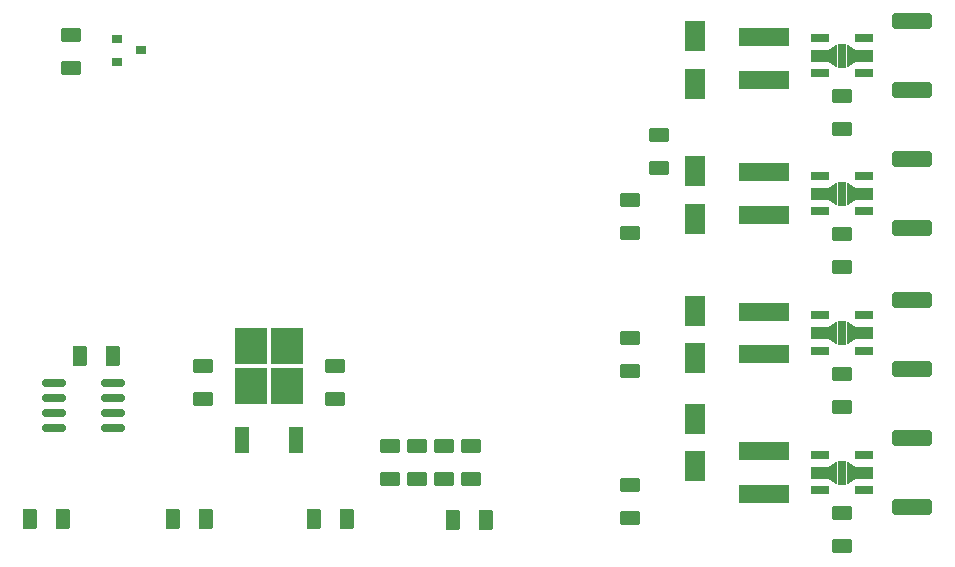
<source format=gbr>
G04 #@! TF.GenerationSoftware,KiCad,Pcbnew,7.0.8*
G04 #@! TF.CreationDate,2024-03-28T15:32:18+01:00*
G04 #@! TF.ProjectId,Prozessorplatine,50726f7a-6573-4736-9f72-706c6174696e,rev?*
G04 #@! TF.SameCoordinates,Original*
G04 #@! TF.FileFunction,Paste,Top*
G04 #@! TF.FilePolarity,Positive*
%FSLAX46Y46*%
G04 Gerber Fmt 4.6, Leading zero omitted, Abs format (unit mm)*
G04 Created by KiCad (PCBNEW 7.0.8) date 2024-03-28 15:32:18*
%MOMM*%
%LPD*%
G01*
G04 APERTURE LIST*
G04 Aperture macros list*
%AMRoundRect*
0 Rectangle with rounded corners*
0 $1 Rounding radius*
0 $2 $3 $4 $5 $6 $7 $8 $9 X,Y pos of 4 corners*
0 Add a 4 corners polygon primitive as box body*
4,1,4,$2,$3,$4,$5,$6,$7,$8,$9,$2,$3,0*
0 Add four circle primitives for the rounded corners*
1,1,$1+$1,$2,$3*
1,1,$1+$1,$4,$5*
1,1,$1+$1,$6,$7*
1,1,$1+$1,$8,$9*
0 Add four rect primitives between the rounded corners*
20,1,$1+$1,$2,$3,$4,$5,0*
20,1,$1+$1,$4,$5,$6,$7,0*
20,1,$1+$1,$6,$7,$8,$9,0*
20,1,$1+$1,$8,$9,$2,$3,0*%
%AMOutline4P*
0 Free polygon, 4 corners , with rotation*
0 The origin of the aperture is its center*
0 number of corners: always 4*
0 $1 to $8 corner X, Y*
0 $9 Rotation angle, in degrees counterclockwise*
0 create outline with 4 corners*
4,1,4,$1,$2,$3,$4,$5,$6,$7,$8,$1,$2,$9*%
G04 Aperture macros list end*
%ADD10RoundRect,0.250000X0.625000X-0.375000X0.625000X0.375000X-0.625000X0.375000X-0.625000X-0.375000X0*%
%ADD11RoundRect,0.250000X-0.625000X0.375000X-0.625000X-0.375000X0.625000X-0.375000X0.625000X0.375000X0*%
%ADD12RoundRect,0.250000X0.375000X0.625000X-0.375000X0.625000X-0.375000X-0.625000X0.375000X-0.625000X0*%
%ADD13RoundRect,0.250000X-0.375000X-0.625000X0.375000X-0.625000X0.375000X0.625000X-0.375000X0.625000X0*%
%ADD14R,1.800000X2.500000*%
%ADD15R,4.200000X1.500000*%
%ADD16RoundRect,0.250000X1.425000X-0.425000X1.425000X0.425000X-1.425000X0.425000X-1.425000X-0.425000X0*%
%ADD17R,2.750000X3.050000*%
%ADD18R,1.200000X2.200000*%
%ADD19R,1.500000X0.700000*%
%ADD20R,1.500000X1.000000*%
%ADD21Outline4P,-1.000000X-0.375000X1.000000X-0.375000X0.500000X0.375000X-0.500000X0.375000X90.000000*%
%ADD22R,0.800000X2.000000*%
%ADD23Outline4P,-1.000000X-0.375000X1.000000X-0.375000X0.500000X0.375000X-0.500000X0.375000X270.000000*%
%ADD24RoundRect,0.150000X-0.825000X-0.150000X0.825000X-0.150000X0.825000X0.150000X-0.825000X0.150000X0*%
%ADD25R,0.900000X0.800000*%
G04 APERTURE END LIST*
D10*
X163258500Y-87633000D03*
X163258500Y-84833000D03*
D11*
X174371000Y-84833000D03*
X174371000Y-87633000D03*
D12*
X187198000Y-97853500D03*
X184398000Y-97853500D03*
D11*
X217297000Y-97279000D03*
X217297000Y-100079000D03*
D13*
X172590000Y-97790000D03*
X175390000Y-97790000D03*
D14*
X204851000Y-60928000D03*
X204851000Y-56928000D03*
X204851000Y-72358000D03*
X204851000Y-68358000D03*
X204851000Y-84169000D03*
X204851000Y-80169000D03*
X204851000Y-89313000D03*
X204851000Y-93313000D03*
D15*
X210693000Y-60601000D03*
X210693000Y-57001000D03*
X210693000Y-72031000D03*
X210693000Y-68431000D03*
X210693000Y-83842000D03*
X210693000Y-80242000D03*
X210693000Y-95653000D03*
X210693000Y-92053000D03*
D16*
X223266000Y-61447000D03*
X223266000Y-55647000D03*
X223266000Y-73131000D03*
X223266000Y-67331000D03*
D10*
X199390000Y-73536000D03*
X199390000Y-70736000D03*
X199390000Y-85220000D03*
X199390000Y-82420000D03*
X199390000Y-97666000D03*
X199390000Y-94866000D03*
D17*
X167258000Y-86506500D03*
X170308000Y-86506500D03*
X167258000Y-83156500D03*
X170308000Y-83156500D03*
D18*
X166503000Y-91131500D03*
X171063000Y-91131500D03*
D19*
X215447000Y-57047000D03*
D20*
X215447000Y-58547000D03*
D21*
X216522000Y-58547000D03*
D22*
X217297000Y-58547000D03*
D23*
X218072000Y-58547000D03*
D20*
X219147000Y-58547000D03*
D19*
X215447000Y-60047000D03*
X219147000Y-60047000D03*
X219147000Y-57047000D03*
X215447000Y-68731000D03*
D20*
X215447000Y-70231000D03*
D21*
X216522000Y-70231000D03*
D22*
X217297000Y-70231000D03*
D23*
X218072000Y-70231000D03*
D20*
X219147000Y-70231000D03*
D19*
X215447000Y-71731000D03*
X219147000Y-71731000D03*
X219147000Y-68731000D03*
X215447000Y-80542000D03*
D20*
X215447000Y-82042000D03*
D21*
X216522000Y-82042000D03*
D22*
X217297000Y-82042000D03*
D23*
X218072000Y-82042000D03*
D20*
X219147000Y-82042000D03*
D19*
X215447000Y-83542000D03*
X219147000Y-83542000D03*
X219147000Y-80542000D03*
D24*
X150623500Y-86296500D03*
X150623500Y-87566500D03*
X150623500Y-88836500D03*
X150623500Y-90106500D03*
X155573500Y-90106500D03*
X155573500Y-88836500D03*
X155573500Y-87566500D03*
X155573500Y-86296500D03*
D16*
X223266000Y-96753000D03*
X223266000Y-90953000D03*
D19*
X215447000Y-92353000D03*
D20*
X215447000Y-93853000D03*
D21*
X216522000Y-93853000D03*
D22*
X217297000Y-93853000D03*
D23*
X218072000Y-93853000D03*
D20*
X219147000Y-93853000D03*
D19*
X215447000Y-95353000D03*
X219147000Y-95353000D03*
X219147000Y-92353000D03*
D16*
X223266000Y-85069000D03*
X223266000Y-79269000D03*
D11*
X217297000Y-85468000D03*
X217297000Y-88268000D03*
X217297000Y-73657000D03*
X217297000Y-76457000D03*
X217297000Y-61973000D03*
X217297000Y-64773000D03*
D13*
X152841500Y-84010500D03*
X155641500Y-84010500D03*
D10*
X179070000Y-94364000D03*
X179070000Y-91564000D03*
D11*
X183642000Y-91564000D03*
X183642000Y-94364000D03*
X185928000Y-91564000D03*
X185928000Y-94364000D03*
D10*
X181356000Y-94364000D03*
X181356000Y-91564000D03*
D13*
X160652000Y-97790000D03*
X163452000Y-97790000D03*
X148584000Y-97790000D03*
X151384000Y-97790000D03*
D11*
X201803000Y-65275000D03*
X201803000Y-68075000D03*
D25*
X155972000Y-57152500D03*
X155972000Y-59052500D03*
X157972000Y-58102500D03*
D11*
X152019000Y-56829500D03*
X152019000Y-59629500D03*
M02*

</source>
